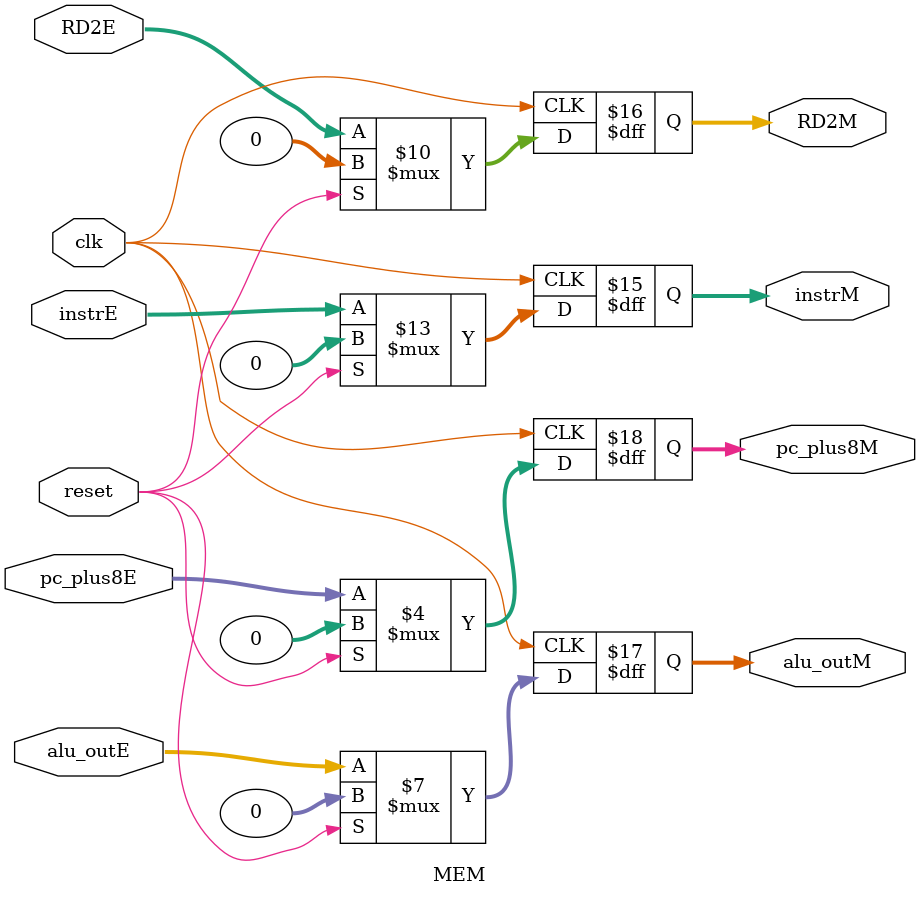
<source format=v>

module MEM(input clk,
               input reset,
               input [31:0] instrE,
               output reg [31:0] instrM,
               input [31:0] RD2E,
               output reg [31:0] RD2M,
               input [31:0] alu_outE,
               output reg [31:0] alu_outM,
               input [31:0] pc_plus8E,
               output reg [31:0] pc_plus8M);
    initial
    begin
        instrM = 0;
    end

    always @(posedge clk)
    begin
        if (reset)
        begin
            instrM    = 0;
            RD2M      = 0;
            alu_outM  = 0;
            pc_plus8M = 0;
        end
        else
        begin
            instrM    = instrE;
            alu_outM  = alu_outE;
            pc_plus8M = pc_plus8E;
            RD2M      = RD2E;
        end
    end

endmodule

</source>
